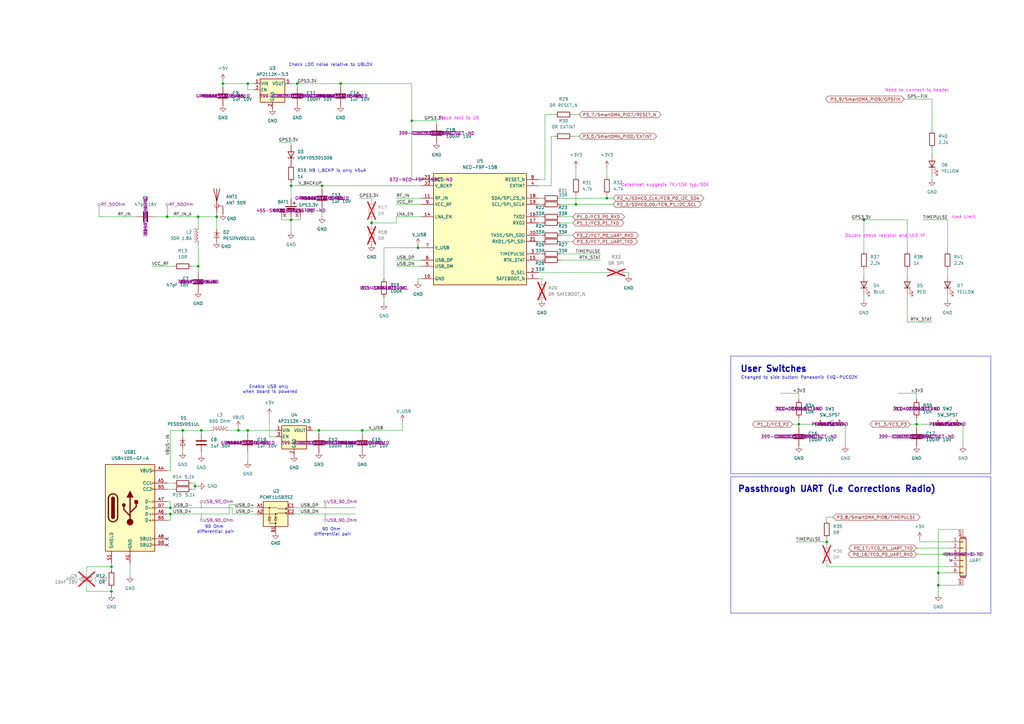
<source format=kicad_sch>
(kicad_sch (version 20250114) (generator "eeschema") (generator_version "9.0")
  (paper "A3")
  (title_block (title "MR-MCXN-T1-F9P") (date "2025-08-27") (rev "X0") (company "NXP SEMICONDUCTORS B.V.") (comment 3 "DESIGNER: YOURI TILS, Iain Galloway") (comment 4 "CTO SYSTEM INNOVATIONS / MOBILE ROBOTICS DOMAIN"))
  (rectangle (start 299.72 195.58) (end 406.4 251.46))
  (rectangle (start 299.72 146.05) (end 406.4 194.31))
  (text "Check LDO noise relative to UBLOX" (at 135.636 26.67 0) (effects (font (size 1.27 1.27))))
  (text "90 Ohm \ndifferential pair" (at 136.398 218.186 0) (effects (font (size 1.27 1.27))))
  (text "Place next to U5" (at 188.214 48.514 0) (effects (font (size 1.27 1.27))))
  (text "NB I_BCKP is only 45uA" (at 138.43 70.104 0) (effects (font (size 1.27 1.27))))
  (text "90 Ohm \ndifferential pair" (at 88.392 217.17 0) (effects (font (size 1.27 1.27))))
  (text "Datasheet suggests 7K/15K typ/30K" (at 272.796 75.946 0) (effects (font (size 1.27 1.27))))
  (text "User Switches\n" (at 303.53 151.384 0) (effects (font (size 2.54 2.54) (thickness 0.508) (bold yes)) (justify left)))
  (text "Need to connect to header\n" (at 376.174 37.084 0) (effects (font (size 1.27 1.27))))
  (text "4mA Limit" (at 395.224 89.154 0) (effects (font (size 1.27 1.27))))
  (text "Enable USB only \nwhen board is powered" (at 110.744 159.766 0) (effects (font (size 1.27 1.27))))
  (text "Changed to side button: Panasonic EVQ-PUC02K" (at 327.914 154.94 0) (effects (font (size 1.27 1.27))))
  (text "Passthrough UART (i.e Corrections Radio)" (at 302.514 200.66 0) (effects (font (size 2.54 2.54) (thickness 0.508) (bold yes)) (justify left)))
  (text "Double check resistor and LED Vf" (at 362.966 96.774 0) (effects (font (size 1.27 1.27))))
  (junction (at 121.92 34.29))
  (junction (at 45.72 242.57))
  (junction (at 80.01 199.39))
  (junction (at 101.6 176.53))
  (junction (at 81.28 109.22))
  (junction (at 168.91 49.53))
  (junction (at 354.33 90.17))
  (junction (at 384.81 234.95))
  (junction (at 384.81 240.03))
  (junction (at 81.28 88.9))
  (junction (at 139.7 34.29))
  (junction (at 171.45 101.6))
  (junction (at 130.81 176.53))
  (junction (at 119.38 90.17))
  (junction (at 101.6 34.29))
  (junction (at 327.66 173.99))
  (junction (at 236.22 83.82))
  (junction (at 68.58 88.9))
  (junction (at 91.44 34.29))
  (junction (at 88.9 88.9))
  (junction (at 82.55 176.53))
  (junction (at 119.38 76.2))
  (junction (at 97.79 176.53))
  (junction (at 45.72 232.41))
  (junction (at 148.59 176.53))
  (junction (at 132.08 76.2))
  (junction (at 152.4 91.44))
  (junction (at 69.85 210.82))
  (junction (at 69.85 208.28))
  (junction (at 74.93 176.53))
  (junction (at 339.09 222.25))
  (junction (at 375.92 173.99))
  (junction (at 248.92 81.28))
  (no_connect (at 389.89 229.87))
  (no_connect (at 68.58 220.98))
  (no_connect (at 68.58 223.52))
  (wire (pts (xy 236.22 68.58) (xy 236.22 72.39)))
  (wire (pts (xy 388.62 123.19) (xy 388.62 120.65)))
  (wire (pts (xy 101.6 36.83) (xy 104.14 36.83)))
  (wire (pts (xy 236.22 83.82) (xy 251.46 83.82)))
  (wire (pts (xy 91.44 33.02) (xy 91.44 34.29)))
  (wire (pts (xy 40.64 88.9) (xy 55.88 88.9)))
  (wire (pts (xy 74.93 185.42) (xy 74.93 184.15)))
  (wire (pts (xy 119.38 58.42) (xy 119.38 59.69)))
  (wire (pts (xy 220.98 91.44) (xy 222.25 91.44)))
  (wire (pts (xy 339.09 231.14) (xy 339.09 232.41)))
  (wire (pts (xy 69.85 210.82) (xy 93.98 210.82)))
  (wire (pts (xy 220.98 106.68) (xy 222.25 106.68)))
  (wire (pts (xy 226.06 76.2) (xy 220.98 76.2)))
  (wire (pts (xy 130.81 176.53) (xy 130.81 177.8)))
  (wire (pts (xy 82.55 186.69) (xy 82.55 185.42)))
  (wire (pts (xy 171.45 114.3) (xy 172.72 114.3)))
  (wire (pts (xy 168.91 73.66) (xy 172.72 73.66)))
  (wire (pts (xy 120.65 210.82) (xy 146.05 210.82)))
  (wire (pts (xy 68.58 86.36) (xy 68.58 88.9)))
  (wire (pts (xy 82.55 176.53) (xy 86.36 176.53)))
  (wire (pts (xy 171.45 115.57) (xy 171.45 114.3)))
  (wire (pts (xy 388.62 90.17) (xy 388.62 102.87)))
  (wire (pts (xy 248.92 80.01) (xy 248.92 81.28)))
  (wire (pts (xy 171.45 101.6) (xy 157.48 101.6)))
  (wire (pts (xy 96.52 208.28) (xy 96.52 207.01)))
  (wire (pts (xy 101.6 176.53) (xy 113.03 176.53)))
  (wire (pts (xy 132.08 76.2) (xy 119.38 76.2)))
  (wire (pts (xy 382.27 132.08) (xy 372.11 132.08)))
  (wire (pts (xy 220.98 88.9) (xy 222.25 88.9)))
  (wire (pts (xy 68.58 213.36) (xy 69.85 213.36)))
  (wire (pts (xy 121.92 34.29) (xy 121.92 35.56)))
  (wire (pts (xy 226.06 55.88) (xy 226.06 76.2)))
  (wire (pts (xy 162.56 88.9) (xy 172.72 88.9)))
  (wire (pts (xy 157.48 101.6) (xy 157.48 114.3)))
  (wire (pts (xy 171.45 101.6) (xy 172.72 101.6)))
  (wire (pts (xy 101.6 34.29) (xy 101.6 36.83)))
  (wire (pts (xy 81.28 100.33) (xy 81.28 109.22)))
  (wire (pts (xy 35.56 233.68) (xy 35.56 232.41)))
  (wire (pts (xy 110.49 179.07) (xy 113.03 179.07)))
  (wire (pts (xy 222.25 114.3) (xy 220.98 114.3)))
  (wire (pts (xy 354.33 90.17) (xy 354.33 102.87)))
  (wire (pts (xy 74.93 176.53) (xy 82.55 176.53)))
  (wire (pts (xy 152.4 90.17) (xy 152.4 91.44)))
  (wire (pts (xy 382.27 73.66) (xy 382.27 71.12)))
  (wire (pts (xy 382.27 40.64) (xy 382.27 53.34)))
  (wire (pts (xy 68.58 198.12) (xy 71.12 198.12)))
  (wire (pts (xy 62.23 109.22) (xy 71.12 109.22)))
  (wire (pts (xy 257.81 111.76) (xy 256.54 111.76)))
  (wire (pts (xy 139.7 34.29) (xy 168.91 34.29)))
  (wire (pts (xy 69.85 208.28) (xy 95.25 208.28)))
  (wire (pts (xy 45.72 242.57) (xy 45.72 243.84)))
  (wire (pts (xy 91.44 34.29) (xy 91.44 35.56)))
  (wire (pts (xy 80.01 199.39) (xy 80.01 200.66)))
  (wire (pts (xy 223.52 46.99) (xy 227.33 46.99)))
  (wire (pts (xy 346.71 173.99) (xy 346.71 182.88)))
  (wire (pts (xy 121.92 34.29) (xy 139.7 34.29)))
  (wire (pts (xy 326.39 222.25) (xy 339.09 222.25)))
  (wire (pts (xy 234.95 55.88) (xy 237.49 55.88)))
  (wire (pts (xy 370.84 40.64) (xy 382.27 40.64)))
  (wire (pts (xy 115.57 90.17) (xy 119.38 90.17)))
  (wire (pts (xy 152.4 91.44) (xy 162.56 91.44)))
  (wire (pts (xy 104.14 34.29) (xy 101.6 34.29)))
  (wire (pts (xy 179.07 49.53) (xy 179.07 50.8)))
  (wire (pts (xy 384.81 217.17) (xy 384.81 234.95)))
  (wire (pts (xy 115.57 88.9) (xy 115.57 90.17)))
  (wire (pts (xy 69.85 213.36) (xy 69.85 210.82)))
  (wire (pts (xy 222.25 115.57) (xy 222.25 114.3)))
  (wire (pts (xy 95.25 210.82) (xy 105.41 210.82)))
  (wire (pts (xy 101.6 176.53) (xy 101.6 177.8)))
  (wire (pts (xy 80.01 199.39) (xy 81.28 199.39)))
  (wire (pts (xy 120.65 208.28) (xy 146.05 208.28)))
  (wire (pts (xy 229.87 91.44) (xy 234.95 91.44)))
  (wire (pts (xy 123.19 90.17) (xy 119.38 90.17)))
  (wire (pts (xy 78.74 198.12) (xy 80.01 198.12)))
  (wire (pts (xy 128.27 176.53) (xy 130.81 176.53)))
  (wire (pts (xy 81.28 88.9) (xy 88.9 88.9)))
  (wire (pts (xy 354.33 123.19) (xy 354.33 120.65)))
  (wire (pts (xy 220.98 104.14) (xy 222.25 104.14)))
  (wire (pts (xy 372.11 132.08) (xy 372.11 120.65)))
  (wire (pts (xy 222.25 83.82) (xy 220.98 83.82)))
  (wire (pts (xy 168.91 34.29) (xy 168.91 49.53)))
  (wire (pts (xy 132.08 77.47) (xy 132.08 76.2)))
  (wire (pts (xy 222.25 96.52) (xy 220.98 96.52)))
  (wire (pts (xy 119.38 74.93) (xy 119.38 76.2)))
  (wire (pts (xy 147.32 81.28) (xy 152.4 81.28)))
  (wire (pts (xy 82.55 176.53) (xy 82.55 177.8)))
  (wire (pts (xy 152.4 91.44) (xy 152.4 92.71)))
  (wire (pts (xy 384.81 234.95) (xy 384.81 240.03)))
  (wire (pts (xy 222.25 81.28) (xy 220.98 81.28)))
  (wire (pts (xy 339.09 222.25) (xy 339.09 223.52)))
  (wire (pts (xy 339.09 220.98) (xy 339.09 222.25)))
  (wire (pts (xy 114.3 58.42) (xy 119.38 58.42)))
  (wire (pts (xy 345.44 173.99) (xy 346.71 173.99)))
  (wire (pts (xy 375.92 161.29) (xy 375.92 163.83)))
  (wire (pts (xy 162.56 88.9) (xy 162.56 91.44)))
  (wire (pts (xy 132.08 88.9) (xy 132.08 85.09)))
  (wire (pts (xy 248.92 68.58) (xy 248.92 72.39)))
  (wire (pts (xy 123.19 88.9) (xy 123.19 90.17)))
  (wire (pts (xy 375.92 173.99) (xy 383.54 173.99)))
  (wire (pts (xy 394.97 217.17) (xy 384.81 217.17)))
  (wire (pts (xy 101.6 34.29) (xy 91.44 34.29)))
  (wire (pts (xy 229.87 106.68) (xy 246.38 106.68)))
  (wire (pts (xy 375.92 227.33) (xy 389.89 227.33)))
  (wire (pts (xy 132.08 76.2) (xy 172.72 76.2)))
  (wire (pts (xy 96.52 207.01) (xy 93.98 207.01)))
  (wire (pts (xy 81.28 109.22) (xy 81.28 111.76)))
  (wire (pts (xy 162.56 109.22) (xy 172.72 109.22)))
  (wire (pts (xy 68.58 193.04) (xy 69.85 193.04)))
  (wire (pts (xy 78.74 109.22) (xy 81.28 109.22)))
  (wire (pts (xy 110.49 170.18) (xy 110.49 179.07)))
  (wire (pts (xy 63.5 88.9) (xy 68.58 88.9)))
  (wire (pts (xy 236.22 80.01) (xy 236.22 83.82)))
  (wire (pts (xy 68.58 200.66) (xy 71.12 200.66)))
  (wire (pts (xy 148.59 176.53) (xy 165.1 176.53)))
  (wire (pts (xy 375.92 173.99) (xy 375.92 175.26)))
  (wire (pts (xy 220.98 111.76) (xy 248.92 111.76)))
  (wire (pts (xy 68.58 210.82) (xy 69.85 210.82)))
  (wire (pts (xy 88.9 87.63) (xy 88.9 88.9)))
  (wire (pts (xy 222.25 99.06) (xy 220.98 99.06)))
  (wire (pts (xy 119.38 90.17) (xy 119.38 95.25)))
  (wire (pts (xy 130.81 176.53) (xy 148.59 176.53)))
  (wire (pts (xy 223.52 46.99) (xy 223.52 73.66)))
  (wire (pts (xy 97.79 175.26) (xy 97.79 176.53)))
  (wire (pts (xy 339.09 212.09) (xy 341.63 212.09)))
  (wire (pts (xy 354.33 110.49) (xy 354.33 113.03)))
  (wire (pts (xy 339.09 213.36) (xy 339.09 212.09)))
  (wire (pts (xy 327.66 173.99) (xy 335.28 173.99)))
  (wire (pts (xy 384.81 240.03) (xy 394.97 240.03)))
  (wire (pts (xy 93.98 207.01) (xy 93.98 210.82)))
  (wire (pts (xy 248.92 81.28) (xy 251.46 81.28)))
  (wire (pts (xy 35.56 232.41) (xy 45.72 232.41)))
  (wire (pts (xy 325.12 173.99) (xy 327.66 173.99)))
  (wire (pts (xy 327.66 173.99) (xy 327.66 175.26)))
  (wire (pts (xy 157.48 121.92) (xy 157.48 124.46)))
  (wire (pts (xy 53.34 236.22) (xy 53.34 231.14)))
  (wire (pts (xy 162.56 83.82) (xy 172.72 83.82)))
  (wire (pts (xy 69.85 176.53) (xy 69.85 193.04)))
  (wire (pts (xy 377.19 222.25) (xy 389.89 222.25)))
  (wire (pts (xy 372.11 113.03) (xy 372.11 110.49)))
  (wire (pts (xy 148.59 176.53) (xy 148.59 177.8)))
  (wire (pts (xy 368.3 161.29) (xy 375.92 161.29)))
  (wire (pts (xy 384.81 240.03) (xy 384.81 243.84)))
  (wire (pts (xy 101.6 185.42) (xy 101.6 189.23)))
  (wire (pts (xy 168.91 49.53) (xy 179.07 49.53)))
  (wire (pts (xy 168.91 49.53) (xy 168.91 73.66)))
  (wire (pts (xy 35.56 242.57) (xy 35.56 241.3)))
  (wire (pts (xy 93.98 176.53) (xy 97.79 176.53)))
  (wire (pts (xy 388.62 110.49) (xy 388.62 113.03)))
  (wire (pts (xy 80.01 200.66) (xy 78.74 200.66)))
  (wire (pts (xy 393.7 173.99) (xy 394.97 173.99)))
  (wire (pts (xy 119.38 34.29) (xy 121.92 34.29)))
  (wire (pts (xy 162.56 81.28) (xy 172.72 81.28)))
  (wire (pts (xy 171.45 100.33) (xy 171.45 101.6)))
  (wire (pts (xy 223.52 73.66) (xy 220.98 73.66)))
  (wire (pts (xy 68.58 205.74) (xy 69.85 205.74)))
  (wire (pts (xy 378.46 90.17) (xy 388.62 90.17)))
  (wire (pts (xy 234.95 96.52) (xy 229.87 96.52)))
  (wire (pts (xy 45.72 241.3) (xy 45.72 242.57)))
  (wire (pts (xy 152.4 81.28) (xy 152.4 82.55)))
  (wire (pts (xy 68.58 208.28) (xy 69.85 208.28)))
  (wire (pts (xy 382.27 60.96) (xy 382.27 63.5)))
  (wire (pts (xy 236.22 83.82) (xy 229.87 83.82)))
  (wire (pts (xy 384.81 234.95) (xy 389.89 234.95)))
  (wire (pts (xy 375.92 171.45) (xy 375.92 173.99)))
  (wire (pts (xy 349.25 90.17) (xy 354.33 90.17)))
  (wire (pts (xy 320.04 161.29) (xy 327.66 161.29)))
  (wire (pts (xy 45.72 232.41) (xy 45.72 231.14)))
  (wire (pts (xy 257.81 113.03) (xy 257.81 111.76)))
  (wire (pts (xy 95.25 210.82) (xy 95.25 208.28)))
  (wire (pts (xy 69.85 176.53) (xy 74.93 176.53)))
  (wire (pts (xy 373.38 173.99) (xy 375.92 173.99)))
  (wire (pts (xy 88.9 88.9) (xy 88.9 93.98)))
  (wire (pts (xy 375.92 224.79) (xy 389.89 224.79)))
  (wire (pts (xy 74.93 179.07) (xy 74.93 176.53)))
  (wire (pts (xy 45.72 242.57) (xy 35.56 242.57)))
  (wire (pts (xy 354.33 90.17) (xy 372.11 90.17)))
  (wire (pts (xy 69.85 205.74) (xy 69.85 208.28)))
  (wire (pts (xy 229.87 104.14) (xy 246.38 104.14)))
  (wire (pts (xy 327.66 161.29) (xy 327.66 163.83)))
  (wire (pts (xy 377.19 220.98) (xy 377.19 222.25)))
  (wire (pts (xy 81.28 88.9) (xy 81.28 92.71)))
  (wire (pts (xy 327.66 171.45) (xy 327.66 173.99)))
  (wire (pts (xy 234.95 46.99) (xy 237.49 46.99)))
  (wire (pts (xy 162.56 106.68) (xy 172.72 106.68)))
  (wire (pts (xy 248.92 81.28) (xy 229.87 81.28)))
  (wire (pts (xy 234.95 99.06) (xy 229.87 99.06)))
  (wire (pts (xy 394.97 173.99) (xy 394.97 182.88)))
  (wire (pts (xy 119.38 90.17) (xy 119.38 88.9)))
  (wire (pts (xy 68.58 88.9) (xy 81.28 88.9)))
  (wire (pts (xy 119.38 76.2) (xy 119.38 81.28)))
  (wire (pts (xy 165.1 172.72) (xy 165.1 176.53)))
  (wire (pts (xy 80.01 198.12) (xy 80.01 199.39)))
  (wire (pts (xy 45.72 232.41) (xy 45.72 233.68)))
  (wire (pts (xy 139.7 34.29) (xy 139.7 35.56)))
  (wire (pts (xy 372.11 90.17) (xy 372.11 102.87)))
  (wire (pts (xy 97.79 176.53) (xy 101.6 176.53)))
  (wire (pts (xy 40.64 86.36) (xy 40.64 88.9)))
  (wire (pts (xy 96.52 208.28) (xy 105.41 208.28)))
  (wire (pts (xy 226.06 55.88) (xy 227.33 55.88)))
  (wire (pts (xy 339.09 232.41) (xy 389.89 232.41)))
  (wire (pts (xy 229.87 88.9) (xy 234.95 88.9)))
  (label "TIMEPULSE" (at 246.38 104.14 180))
  (label "GPS3.3V" (at 173.99 49.53 0))
  (label "USB_DN" (at 123.19 210.82 0))
  (label "USB_D+" (at 78.74 210.82 180))
  (label "GPS3.3V" (at 121.92 34.29 0))
  (label "GPS3.3V" (at 114.3 58.42 0))
  (label "GPS3.3V" (at 147.32 81.28 0))
  (label "USB_DN" (at 162.56 109.22 0))
  (label "+3V3" (at 373.38 161.29 0))
  (label "GPS-FIX" (at 372.11 40.64 0))
  (label "USB_DP" (at 123.19 208.28 0))
  (label "V_USB" (at 151.13 176.53 0))
  (label "GPS3.3V" (at 349.25 90.17 0))
  (label "+3V3" (at 325.12 161.29 0))
  (label "USB_D-" (at 96.52 210.82 0))
  (label "USB_DP" (at 162.56 106.68 0))
  (label "V_BACKUP" (at 132.08 76.2 180))
  (label "LNA_EN" (at 162.56 88.9 0))
  (label "RTK_STAT" (at 382.27 132.08 180))
  (label "USB_D-" (at 71.12 208.28 0))
  (label "RTK_STAT" (at 246.38 106.68 180))
  (label "VCC_RF" (at 62.23 109.22 0))
  (label "RF_IN_A" (at 71.12 88.9 0))
  (label "VBUS-IN" (at 69.85 186.69 90))
  (label "RF_IN" (at 162.56 81.28 0))
  (label "RF_IN" (at 48.26 88.9 0))
  (label "TIMEPULSE" (at 378.46 90.17 0))
  (label "USB_D+" (at 96.52 208.28 0))
  (label "TIMEPULSE" (at 326.39 222.25 0))
  (label "VCC_RF" (at 162.56 83.82 0))
  (global_label "P3_2{slash}FC7_P0_UART_RXD" (shape bidirectional) (at 234.95 96.52 0) (property "Intersheetrefs" "${INTERSHEET_REFS}" (effects (hide yes))))
  (global_label "P2_3{slash}SDHC0_D0{slash}FC9_P1_I2C_SCL" (shape bidirectional) (at 251.46 83.82 0) (property "Intersheetrefs" "${INTERSHEET_REFS}" (effects (hide yes))))
  (global_label "P1_0{slash}FC3_P0_RXD" (shape bidirectional) (at 234.95 88.9 0) (property "Intersheetrefs" "${INTERSHEET_REFS}" (effects (hide yes))))
  (global_label "P3_9{slash}SmartDMA_PIO9{slash}GPSFIX" (shape bidirectional) (at 370.84 40.64 180) (property "Intersheetrefs" "${INTERSHEET_REFS}" (effects (hide yes))))
  (global_label "P1_2{slash}FC3_P2" (shape bidirectional) (at 325.12 173.99 180) (property "Intersheetrefs" "${INTERSHEET_REFS}" (effects (hide yes))))
  (global_label "P1_1{slash}FC3_P1_TXD" (shape bidirectional) (at 234.95 91.44 0) (property "Intersheetrefs" "${INTERSHEET_REFS}" (effects (hide yes))))
  (global_label "P3_7{slash}SmartDMA_PIO7{slash}RESET_N" (shape bidirectional) (at 237.49 46.99 0) (property "Intersheetrefs" "${INTERSHEET_REFS}" (effects (hide yes))))
  (global_label "P3_3{slash}FC7_P1_UART_TXD" (shape bidirectional) (at 234.95 99.06 0) (property "Intersheetrefs" "${INTERSHEET_REFS}" (effects (hide yes))))
  (global_label "P2_4{slash}SDHC0_CLK{slash}FC9_P0_I2C_SDA" (shape bidirectional) (at 251.46 81.28 0) (property "Intersheetrefs" "${INTERSHEET_REFS}" (effects (hide yes))))
  (global_label "P0_17{slash}FC0_P1_UART_TXD" (shape bidirectional) (at 375.92 224.79 180) (property "Intersheetrefs" "${INTERSHEET_REFS}" (effects (hide yes))))
  (global_label "P0_16{slash}FC0_P0_UART_RXD" (shape bidirectional) (at 375.92 227.33 180) (property "Intersheetrefs" "${INTERSHEET_REFS}" (effects (hide yes))))
  (global_label "P1_3{slash}FC3_P3" (shape bidirectional) (at 373.38 173.99 180) (property "Intersheetrefs" "${INTERSHEET_REFS}" (effects (hide yes))))
  (global_label "P3_0{slash}SmartDMA_PIO0{slash}EXTINT" (shape bidirectional) (at 237.49 55.88 0) (property "Intersheetrefs" "${INTERSHEET_REFS}" (effects (hide yes))))
  (global_label "P3_8{slash}SmartDMA_PIO8{slash}TIMEPULSE" (shape bidirectional) (at 341.63 212.09 0) (property "Intersheetrefs" "${INTERSHEET_REFS}" (effects (hide yes))))
  (netclass_flag "" (length 2.54) (shape round) (at 68.58 86.36 0) (property "Netclass" "RF_50Ohm" (at 69.2785 83.82 0) (effects (justify left))))
  (netclass_flag "" (length 2.54) (shape round) (at 40.64 86.36 0) (property "Netclass" "RF_50Ohm" (at 41.3385 83.82 0) (effects (justify left))))
  (netclass_flag "" (length 2.54) (shape round) (at 82.55 210.82 180) (property "Netclass" "USB_90_Ohm" (at 83.2485 213.36 0) (effects (justify left))))
  (netclass_flag "" (length 2.54) (shape round) (at 133.35 208.28 0) (property "Netclass" "USB_90_Ohm" (at 134.0485 205.74 0) (effects (justify left))))
  (netclass_flag "" (length 2.54) (shape round) (at 133.35 210.82 180) (property "Netclass" "USB_90_Ohm" (at 134.0485 213.36 0) (effects (justify left))))
  (netclass_flag "" (length 2.54) (shape round) (at 82.55 208.28 0) (property "Netclass" "USB_90_Ohm" (at 83.2485 205.74 0) (effects (justify left))))
  (symbol (lib_id "power:GND") (at 257.81 113.03 0) (unit 1)
    (property "Reference" "#PWR092" (effects (hide yes)))
    (property "Value" "GND" (at 257.81 118.11 0))
    (property "Description" "Power symbol creates a global label with name \"GND\" , ground" (effects (hide yes)))
  )
  (symbol (lib_id "power:VBUS") (at 97.79 175.26 0) (unit 1)
    (property "Reference" "#PWR070" (effects (hide yes)))
    (property "Value" "VBUS" (at 95.25 171.196 0) (effects (justify left)))
    (property "Description" "Power symbol creates a global label with name \"VBUS\"" (effects (hide yes)))
  )
  (symbol (lib_id "power:GND") (at 346.71 182.88 0) (unit 1)
    (property "Reference" "#PWR094" (effects (hide yes)))
    (property "Value" "GND" (at 346.71 187.96 0))
    (property "Description" "Power symbol creates a global label with name \"GND\" , ground" (effects (hide yes)))
  )
  (symbol (lib_id "Device:R") (at 74.93 198.12 90) (unit 1)
    (property "Reference" "R14" (at 72.644 195.58 90))
    (property "Value" "5.1k" (at 77.724 195.58 90))
    (property "Footprint" "Resistor_SMD:R_0402_1005Metric" (effects (hide yes)))
    (property "Description" "Resistor" (effects (hide yes)))
    (property "MF" "YAGEO" (effects (hide yes)))
    (property "MFPN" "RC0402FR-075K1L" (effects (hide yes)))
    (property "DigiKey" "YAG3503CT-ND" (effects (hide yes)))
    (property "JLCPCB" "C144745" (effects (hide yes)))
  )
  (symbol (lib_id "Device:R") (at 226.06 96.52 90) (unit 1)
    (property "Reference" "R25" (at 230.886 92.71 90))
    (property "Value" "33R" (at 230.886 95.25 90))
    (property "Footprint" "Resistor_SMD:R_0402_1005Metric" (effects (hide yes)))
    (property "Description" "Resistor" (effects (hide yes)))
    (property "MF" "YAGEO" (effects (hide yes)))
    (property "DigiKey" "311-33.0LRCT-ND" (effects (hide yes)))
    (property "MFPN" "RC0402FR-0733RL" (effects (hide yes)))
  )
  (symbol (lib_id "Device:L_Ferrite") (at 90.17 176.53 90) (unit 1)
    (property "Reference" "L3" (at 90.17 170.18 90))
    (property "Value" "600 Ohm" (at 90.17 172.72 90))
    (property "Footprint" "Inductor_SMD:L_0402_1005Metric" (effects (hide yes)))
    (property "Datasheet" "https://www.murata.com/en-us/products/productdata/8796740059166/ENFA0018.pdf" (effects (hide yes)))
    (property "Description" "600 Ohms @ 100 MHz 1 Ferrite Bead 0402 (1005 Metric) 300mA 520mOhm" (effects (hide yes)))
    (property "MF" "Murata Electronics" (effects (hide yes)))
    (property "MFPN" "BLM15AG601SN1D" (effects (hide yes)))
    (property "JLCPCB" "C76884" (effects (hide yes)))
    (property "DigiKey" "490-1006-1-ND " (effects (hide yes)))
  )
  (symbol (lib_id "power:GND") (at 222.25 123.19 0) (unit 1)
    (property "Reference" "#PWR089" (effects (hide yes)))
    (property "Value" "GND" (at 222.25 128.27 0))
    (property "Description" "Power symbol creates a global label with name \"GND\" , ground" (effects (hide yes)))
  )
  (symbol (lib_id "Device:C") (at 130.81 181.61 0) (unit 1)
    (property "Reference" "C12" (at 134.62 180.3399 0) (effects (justify left)))
    (property "Value" "100nF 10V" (at 134.62 182.8799 0) (effects (justify left)))
    (property "Footprint" "Capacitor_SMD:C_0603_1608Metric" (effects (hide yes)))
    (property "Description" "Unpolarized capacitor" (effects (hide yes)))
    (property "DigiKey" "399-C0603C104K8RACTUCT-ND" (at 130.81 181.61 0))
    (property "MF" "KEMET" (at 130.81 181.61 0))
    (property "MFPN" "C0603C104K8RACTU" (at 130.81 181.61 0))
  )
  (symbol (lib_id "Device:C") (at 81.28 115.57 0) (mirror y) (unit 1)
    (property "Reference" "C7" (at 77.47 114.2999 0) (effects (justify left)))
    (property "Value" "47pF 16V" (at 77.47 116.8399 0) (effects (justify left)))
    (property "Footprint" "Capacitor_SMD:C_0603_1608Metric" (effects (hide yes)))
    (property "Description" "Unpolarized capacitor" (effects (hide yes)))
    (property "DigiKey" "732-7764-1-ND" (at 81.28 115.57 0))
    (property "MF" "Würth Elektronik" (at 81.28 115.57 0))
    (property "MFPN" "885012006021" (at 81.28 115.57 0))
  )
  (symbol (lib_id "Device:R") (at 157.48 118.11 0) (unit 1)
    (property "Reference" "R19" (at 160.02 116.8399 0) (effects (justify left)))
    (property "Value" "100K" (at 160.02 119.3799 0) (effects (justify left)))
    (property "Footprint" "Resistor_SMD:R_0402_1005Metric" (effects (hide yes)))
    (property "Description" "Resistor" (effects (hide yes)))
    (property "DigiKey" "311-100KLRCT-ND" (at 157.48 118.11 0))
    (property "MF" "YAGEO" (at 157.48 118.11 0))
    (property "MFPN" "RC0402FR-07100KL" (at 157.48 118.11 0))
  )
  (symbol (lib_id "power:+5V") (at 91.44 33.02 0) (mirror y) (unit 1)
    (property "Reference" "#PWR067" (effects (hide yes)))
    (property "Value" "+5V" (at 91.44 27.94 0))
    (property "Description" "Power symbol creates a global label with name \"+5V\"" (effects (hide yes)))
  )
  (symbol (lib_id "power:GND") (at 121.92 43.18 0) (unit 1)
    (property "Reference" "#PWR077" (effects (hide yes)))
    (property "Value" "GND" (at 121.92 48.26 0))
    (property "Description" "Power symbol creates a global label with name \"GND\" , ground" (effects (hide yes)))
  )
  (symbol (lib_id "Device:R") (at 152.4 86.36 0) (unit 1) (dnp yes)
    (property "Reference" "R17" (at 154.94 85.0899 0) (effects (justify left)))
    (property "Value" "0R" (at 154.94 87.6299 0) (effects (justify left)))
    (property "Footprint" "Resistor_SMD:R_0402_1005Metric" (effects (hide yes)))
    (property "Description" "Resistor" (effects (hide yes)))
    (property "DigiKey" "311-0.0JRCT-ND" (effects (hide yes)))
    (property "JLCPCB" "C60485" (effects (hide yes)))
    (property "MF" "YAGEO" (effects (hide yes)))
    (property "MFPN" "RC0402JR-070RL" (effects (hide yes)))
  )
  (symbol (lib_id "Regulator_Linear:AP2112K-3.3") (at 120.65 179.07 0) (unit 1)
    (property "Reference" "U4" (at 120.65 170.18 0))
    (property "Value" "AP2112K-3.3" (at 120.65 172.72 0))
    (property "Footprint" "Package_TO_SOT_SMD:SOT-23-5" (effects (hide yes)))
    (property "Datasheet" "https://www.diodes.com/assets/Datasheets/AP2112.pdf" (effects (hide yes)))
    (property "Description" "600mA low dropout linear regulator, with enable pin, 3.8V-6V input voltage range, 3.3V fixed positive output, SOT-23-5" (effects (hide yes)))
    (property "MF" "Diodes Incorporated" (effects (hide yes)))
    (property "MFPN" "AP2112K-3.3TRG1" (effects (hide yes)))
    (property "DigiKey" "AP2112K-3.3TRG1DICT-ND" (effects (hide yes)))
  )
  (symbol (lib_id "Device:C") (at 132.08 81.28 0) (unit 1)
    (property "Reference" "C13" (at 135.89 80.0099 0) (effects (justify left)))
    (property "Value" "1uF 10V" (at 135.89 82.5499 0) (effects (justify left)))
    (property "Footprint" "Capacitor_SMD:C_0603_1608Metric" (effects (hide yes)))
    (property "Description" "Unpolarized capacitor" (effects (hide yes)))
    (property "DigiKey" "490-1543-1-ND" (at 132.08 81.28 0))
    (property "MF" "Murata Electronics" (at 132.08 81.28 0))
    (property "MFPN" "GRM188R61A105KA61D" (at 132.08 81.28 0))
  )
  (symbol (lib_id "Device:Antenna_Shield") (at 88.9 82.55 0) (unit 1)
    (property "Reference" "ANT1" (at 92.71 80.6449 0) (effects (justify left)))
    (property "Value" "ANT 50R" (at 92.71 83.1849 0) (effects (justify left)))
    (property "Footprint" "Connector_Coaxial:SMA_Amphenol_132134-10_Vertical" (effects (hide yes)))
    (property "Description" "Antenna with extra pin for shielding" (effects (hide yes)))
    (property "MF" "Amphenol" (effects (hide yes)))
    (property "MFPN" "132134-10" (effects (hide yes)))
    (property "DigiKey" "132134-10" (effects (hide yes)))
  )
  (symbol (lib_id "power:GND") (at 119.38 95.25 0) (unit 1)
    (property "Reference" "#PWR075" (effects (hide yes)))
    (property "Value" "GND" (at 119.38 100.33 0))
    (property "Description" "Power symbol creates a global label with name \"GND\" , ground" (effects (hide yes)))
  )
  (symbol (lib_id "power:GND") (at 53.34 236.22 0) (unit 1)
    (property "Reference" "#PWR061" (effects (hide yes)))
    (property "Value" "GND" (at 53.34 241.3 0))
    (property "Description" "Power symbol creates a global label with name \"GND\" , ground" (effects (hide yes)))
  )
  (symbol (lib_id "Connector:USB_C_Receptacle_USB2.0_16P") (at 53.34 208.28 0) (unit 1)
    (property "Reference" "USB1" (at 53.34 185.42 0))
    (property "Value" "USB4105-GF-A" (at 53.34 187.96 0))
    (property "Footprint" "Connector_USB:USB_C_Receptacle_GCT_USB4105-xx-A_16P_TopMnt_Horizontal" (effects (hide yes)))
    (property "Datasheet" "https://www.usb.org/sites/default/files/documents/usb_type-c.zip" (effects (hide yes)))
    (property "Description" "USB 2.0-only 16P Type-C Receptacle connector" (effects (hide yes)))
    (property "MF" "GCT" (effects (hide yes)))
    (property "MFPN" "USB4105-GF-A" (effects (hide yes)))
    (property "DigiKey" "2073-USB4105-GF-ACT-ND" (effects (hide yes)))
    (property "JLCPCB" "C165948" (effects (hide yes)))
  )
  (symbol (lib_id "Device:C") (at 179.07 54.61 0) (unit 1)
    (property "Reference" "C18" (at 182.88 53.3399 0) (effects (justify left)))
    (property "Value" "100nF 10V" (at 182.88 55.8799 0) (effects (justify left)))
    (property "Footprint" "Capacitor_SMD:C_0603_1608Metric" (effects (hide yes)))
    (property "Description" "Unpolarized capacitor" (effects (hide yes)))
    (property "DigiKey" "399-C0603C104K8RACTUCT-ND" (at 179.07 54.61 0))
    (property "MF" "KEMET" (at 179.07 54.61 0))
    (property "MFPN" "C0603C104K8RACTU" (at 179.07 54.61 0))
  )
  (symbol (lib_id "Device:R") (at 152.4 96.52 0) (unit 1) (dnp yes)
    (property "Reference" "R18" (at 154.94 95.2499 0) (effects (justify left)))
    (property "Value" "0R" (at 154.94 97.7899 0) (effects (justify left)))
    (property "Footprint" "Resistor_SMD:R_0402_1005Metric" (effects (hide yes)))
    (property "Description" "Resistor" (effects (hide yes)))
    (property "DigiKey" "311-0.0JRCT-ND" (effects (hide yes)))
    (property "JLCPCB" "C60485" (effects (hide yes)))
    (property "MF" "YAGEO" (effects (hide yes)))
    (property "MFPN" "RC0402JR-070RL" (effects (hide yes)))
  )
  (symbol (lib_id "power:GND") (at 157.48 124.46 0) (unit 1)
    (property "Reference" "#PWR083" (effects (hide yes)))
    (property "Value" "GND" (at 157.48 129.54 0))
    (property "Description" "Power symbol creates a global label with name \"GND\" , ground" (effects (hide yes)))
  )
  (symbol (lib_id "Device:C") (at 82.55 181.61 0) (unit 1)
    (property "Reference" "C8" (at 86.36 180.3399 0) (effects (justify left)))
    (property "Value" "1uF 50V" (at 86.36 182.8799 0) (effects (justify left)))
    (property "Footprint" "Capacitor_SMD:C_0805_2012Metric" (effects (hide yes)))
    (property "Description" "Unpolarized capacitor" (effects (hide yes)))
    (property "MF" "Murata Electronics" (effects (hide yes)))
    (property "MFPN" "GJ821BR71H105KA12L" (effects (hide yes)))
    (property "JLCPCB" "C161281" (effects (hide yes)))
    (property "DigiKey" "490-14440-1-ND" (effects (hide yes)))
  )
  (symbol (lib_id "Connectors:Battery_Cell-RPI") (at 119.38 86.36 0) (unit 1)
    (property "Reference" "BAT1" (at 113.792 82.804 0) (effects (justify left)))
    (property "Value" "GPS3.3V" (at 122.428 84.074 0) (effects (justify left)))
    (property "Footprint" "Connector_JST:JST_SH_BM02B-SRSS-TB_1x02-1MP_P1.00mm_Vertical" (effects (hide yes)))
    (property "Datasheet" "https://www.jst.com/wp-content/uploads/2025/06/eSH.pdf" (effects (hide yes)))
    (property "Description" "Single-cell battery" (effects (hide yes)))
    (property "DigiKey" "455-SM02B-SRSS-TBCT-ND" (at 119.38 86.36 0))
    (property "MF" "JST" (at 119.38 86.36 0))
    (property "MFPN" "  SM02B-SRSS-TB" (at 119.38 86.36 0))
  )
  (symbol (lib_id "Device:R") (at 252.73 111.76 90) (unit 1) (dnp yes)
    (property "Reference" "R33" (at 252.73 105.41 90))
    (property "Value" "0R SPI" (at 252.73 107.95 90))
    (property "Footprint" "Resistor_SMD:R_0402_1005Metric" (effects (hide yes)))
    (property "Description" "Resistor" (effects (hide yes)))
    (property "DigiKey" "311-0.0JRCT-ND" (effects (hide yes)))
    (property "JLCPCB" "C60485" (effects (hide yes)))
    (property "MF" "YAGEO" (effects (hide yes)))
    (property "MFPN" "RC0402JR-070RL" (effects (hide yes)))
  )
  (symbol (lib_id "power:GND") (at 101.6 189.23 0) (unit 1)
    (property "Reference" "#PWR071" (effects (hide yes)))
    (property "Value" "GND" (at 101.6 194.31 0))
    (property "Description" "Power symbol creates a global label with name \"GND\" , ground" (effects (hide yes)))
  )
  (symbol (lib_id "Device:R") (at 375.92 167.64 0) (unit 1)
    (property "Reference" "R39" (at 378.46 166.3699 0) (effects (justify left)))
    (property "Value" "10K" (at 378.46 168.9099 0) (effects (justify left)))
    (property "Footprint" "Resistor_SMD:R_0402_1005Metric" (effects (hide yes)))
    (property "Description" "Resistor" (effects (hide yes)))
    (property "DigiKey" "311-10.0KLRCT-ND" (at 375.92 167.64 0))
    (property "MF" "YAGEO" (at 375.92 167.64 0))
    (property "MFPN" "RC0402FR-0710KL" (at 375.92 167.64 0))
  )
  (symbol (lib_id "power:GND") (at 388.62 123.19 0) (unit 1)
    (property "Reference" "#PWR0100" (effects (hide yes)))
    (property "Value" "GND" (at 388.62 128.27 0))
    (property "Description" "Power symbol creates a global label with name \"GND\" , ground" (effects (hide yes)))
  )
  (symbol (lib_id "power:GND") (at 384.81 243.84 0) (unit 1)
    (property "Reference" "#PWR099" (effects (hide yes)))
    (property "Value" "GND" (at 384.81 248.92 0))
    (property "Description" "Power symbol creates a global label with name \"GND\" , ground" (effects (hide yes)))
  )
  (symbol (lib_id "JST-GH:Conn_01x06_MountingPin") (at 394.97 227.33 0) (unit 1)
    (property "Reference" "J3" (at 397.51 227.3418 0) (effects (justify left)))
    (property "Value" "UART" (at 397.51 229.8818 0) (effects (justify left)))
    (property "Footprint" "Connector_JST:JST_GH_SM06B-GHS-TB_1x06-1MP_P1.25mm_Horizontal" (effects (hide yes)))
    (property "Description" "Generic connectable mounting pin connector, single row, 01x06, script generated (kicad-library-utils/schlib/autogen/connector/)" (effects (hide yes)))
    (property "DigiKey" "455-1568-1-ND" (at 394.97 227.33 0))
    (property "MF" "JST" (at 394.97 227.33 0))
    (property "MFPN" "SM06B-GHS-TB" (at 394.97 227.33 0))
  )
  (symbol (lib_id "Device:R") (at 231.14 46.99 90) (unit 1)
    (property "Reference" "R29" (at 231.14 40.64 90))
    (property "Value" "0R RESET_N" (at 231.14 43.18 90))
    (property "Footprint" "Resistor_SMD:R_0402_1005Metric" (effects (hide yes)))
    (property "Description" "Resistor" (effects (hide yes)))
    (property "DigiKey" "311-0.0JRCT-ND" (effects (hide yes)))
    (property "JLCPCB" "C60485" (effects (hide yes)))
    (property "MF" "YAGEO" (effects (hide yes)))
    (property "MFPN" "RC0402JR-070RL" (effects (hide yes)))
  )
  (symbol (lib_id "power:GND") (at 120.65 186.69 0) (unit 1)
    (property "Reference" "#PWR076" (effects (hide yes)))
    (property "Value" "GND" (at 120.65 191.77 0))
    (property "Description" "Power symbol creates a global label with name \"GND\" , ground" (effects (hide yes)))
  )
  (symbol (lib_id "Device:L_Ferrite") (at 81.28 96.52 0) (mirror y) (unit 1)
    (property "Reference" "L2" (at 78.74 95.2499 0) (effects (justify left)))
    (property "Value" "30R 1.8A" (at 78.74 97.7899 0) (effects (justify left)))
    (property "Footprint" "Inductor_SMD:L_0603_1608Metric" (effects (hide yes)))
    (property "Description" "FERRITE BEAD 30 OHM 0603 1LN" (effects (hide yes)))
    (property "MF" "TDK Corporation" (effects (hide yes)))
    (property "MFPN" "MPZ1608D300BTD25" (effects (hide yes)))
    (property "DigiKey" "445-MPZ1608D300BTD25CT-ND" (effects (hide yes)))
  )
  (symbol (lib_id "Device:LED") (at 354.33 116.84 90) (unit 1)
    (property "Reference" "D4" (at 358.14 117.1574 90) (effects (justify right)))
    (property "Value" "BLUE" (at 358.14 119.6974 90) (effects (justify right)))
    (property "Footprint" "LED_SMD:LED_0402_1005Metric" (effects (hide yes)))
    (property "Description" "Light emitting diode" (effects (hide yes)))
    (property "DigiKey" "754-1504-1-ND" (effects (hide yes)))
    (property "JLCPCB" " " (at 354.33 116.84 0))
    (property "MF" "Kingbright" (effects (hide yes)))
    (property "MFPN" "APHHS1005QBC/D" (effects (hide yes)))
  )
  (symbol (lib_id "power:VBUS") (at 171.45 100.33 0) (unit 1)
    (property "Reference" "#PWR086" (effects (hide yes)))
    (property "Value" "V_USB" (at 168.91 96.266 0) (effects (justify left)))
    (property "Description" "Power symbol creates a global label with name \"VBUS\"" (effects (hide yes)))
  )
  (symbol (lib_id "power:GND") (at 148.59 185.42 0) (unit 1)
    (property "Reference" "#PWR081" (effects (hide yes)))
    (property "Value" "GND" (at 148.59 190.5 0))
    (property "Description" "Power symbol creates a global label with name \"GND\" , ground" (effects (hide yes)))
  )
  (symbol (lib_id "Device:R") (at 339.09 227.33 0) (unit 1) (dnp yes)
    (property "Reference" "R36" (at 341.63 226.0599 0) (effects (justify left)))
    (property "Value" "0R" (at 341.63 228.5999 0) (effects (justify left)))
    (property "Footprint" "Resistor_SMD:R_0402_1005Metric" (effects (hide yes)))
    (property "Description" "Resistor" (effects (hide yes)))
    (property "DigiKey" "311-0.0JRCT-ND" (effects (hide yes)))
    (property "JLCPCB" "C60485" (effects (hide yes)))
    (property "MF" "YAGEO" (effects (hide yes)))
    (property "MFPN" "RC0402JR-070RL" (effects (hide yes)))
  )
  (symbol (lib_id "Device:R") (at 231.14 55.88 90) (unit 1)
    (property "Reference" "R30" (at 231.14 49.53 90))
    (property "Value" "0R EXTINT" (at 231.14 52.07 90))
    (property "Footprint" "Resistor_SMD:R_0402_1005Metric" (effects (hide yes)))
    (property "Description" "Resistor" (effects (hide yes)))
    (property "DigiKey" "311-0.0JRCT-ND" (effects (hide yes)))
    (property "JLCPCB" "C60485" (effects (hide yes)))
    (property "MF" "YAGEO" (effects (hide yes)))
    (property "MFPN" "RC0402JR-070RL" (effects (hide yes)))
  )
  (symbol (lib_id "power:GND") (at 91.44 43.18 0) (unit 1)
    (property "Reference" "#PWR068" (effects (hide yes)))
    (property "Value" "GND" (at 91.44 48.26 0))
    (property "Description" "Power symbol creates a global label with name \"GND\" , ground" (effects (hide yes)))
  )
  (symbol (lib_id "Regulator_Linear:AP2112K-3.3") (at 111.76 36.83 0) (unit 1)
    (property "Reference" "U3" (at 111.76 27.94 0))
    (property "Value" "AP2112K-3.3" (at 111.76 30.48 0))
    (property "Footprint" "Package_TO_SOT_SMD:SOT-23-5" (effects (hide yes)))
    (property "Datasheet" "https://www.diodes.com/assets/Datasheets/AP2112.pdf" (effects (hide yes)))
    (property "Description" "600mA low dropout linear regulator, with enable pin, 3.8V-6V input voltage range, 3.3V fixed positive output, SOT-23-5" (effects (hide yes)))
    (property "MF" "Diodes Incorporated" (effects (hide yes)))
    (property "MFPN" "AP2112K-3.3TRG1" (effects (hide yes)))
    (property "DigiKey" "AP2112K-3.3TRG1DICT-ND" (effects (hide yes)))
  )
  (symbol (lib_id "power:GND") (at 130.81 185.42 0) (unit 1)
    (property "Reference" "#PWR078" (effects (hide yes)))
    (property "Value" "GND" (at 130.81 190.5 0))
    (property "Description" "Power symbol creates a global label with name \"GND\" , ground" (effects (hide yes)))
  )
  (symbol (lib_id "Device:R") (at 382.27 57.15 0) (unit 1)
    (property "Reference" "R40" (at 384.81 55.8799 0) (effects (justify left)))
    (property "Value" "2.2k" (at 384.81 58.4199 0) (effects (justify left)))
    (property "Footprint" "Resistor_SMD:R_0402_1005Metric" (effects (hide yes)))
    (property "Description" "Resistor" (effects (hide yes)))
    (property "MF" "YAGEO" (effects (hide yes)))
    (property "DigiKey" "311-2.20KLRCT-ND" (effects (hide yes)))
    (property "MFPN" "RC0402FR-072K2L" (effects (hide yes)))
  )
  (symbol (lib_id "Device:R") (at 236.22 76.2 0) (unit 1)
    (property "Reference" "R31" (at 238.76 74.9299 0) (effects (justify left)))
    (property "Value" "4.7k" (at 238.76 77.4699 0) (effects (justify left)))
    (property "Footprint" "Resistor_SMD:R_0402_1005Metric" (effects (hide yes)))
    (property "Description" "Resistor" (effects (hide yes)))
    (property "MF" "YAGEO" (effects (hide yes)))
    (property "DigiKey" "311-4.7KLRCT-ND" (effects (hide yes)))
    (property "MFPN" "RC0402FR-074K7L" (effects (hide yes)))
  )
  (symbol (lib_id "Sensors:NEO-F9P-15B") (at 172.72 73.66 0) (unit 1)
    (property "Reference" "U5" (at 196.85 66.04 0))
    (property "Value" "NEO-F9P-15B" (at 196.85 68.58 0))
    (property "Footprint" "Sensors:NEOF9P15B" (effects (hide yes)))
    (property "Datasheet" "https://content.u-blox.com/sites/default/files/documents/NEO-F9P-15B_DataSheet_UBX-22021920.pdf" (effects (hide yes)))
    (property "Description" "GNSS / GPS Modules u-blox F9 dual band L1/L5 GNSS module high precision Professional Grade LGA, 16x12 mm" (effects (hide yes)))
    (property "MF" "UBLOX" (effects (hide yes)))
    (property "MFPN" "NEO-F9P-15B" (effects (hide yes)))
    (property "Mouser" "377-NEO-F9P-15B" (effects (hide yes)))
    (property "DigiKey" "672-NEO-F9P-15BCT-ND" (at 172.72 73.66 0))
  )
  (symbol (lib_id "Device:R") (at 226.06 91.44 90) (unit 1)
    (property "Reference" "R24" (at 221.488 92.71 90))
    (property "Value" "33R" (at 221.488 95.25 90))
    (property "Footprint" "Resistor_SMD:R_0402_1005Metric" (effects (hide yes)))
    (property "Description" "Resistor" (effects (hide yes)))
    (property "MF" "YAGEO" (effects (hide yes)))
    (property "DigiKey" "311-33.0LRCT-ND" (effects (hide yes)))
    (property "MFPN" "RC0402FR-0733RL" (effects (hide yes)))
  )
  (symbol (lib_id "Device:R") (at 226.06 83.82 90) (unit 1)
    (property "Reference" "R22" (at 221.488 85.09 90))
    (property "Value" "33R" (at 221.488 87.63 90))
    (property "Footprint" "Resistor_SMD:R_0402_1005Metric" (effects (hide yes)))
    (property "Description" "Resistor" (effects (hide yes)))
    (property "MF" "YAGEO" (effects (hide yes)))
    (property "DigiKey" "311-33.0LRCT-ND" (effects (hide yes)))
    (property "MFPN" "RC0402FR-0733RL" (effects (hide yes)))
  )
  (symbol (lib_id "power:+3V3") (at 236.22 68.58 0) (mirror y) (unit 1)
    (property "Reference" "#PWR090" (effects (hide yes)))
    (property "Value" "+3V3" (at 236.22 63.5 0))
    (property "Description" "Power symbol creates a global label with name \"+3V3\"" (effects (hide yes)))
  )
  (symbol (lib_id "power:GND") (at 179.07 58.42 0) (unit 1)
    (property "Reference" "#PWR085" (effects (hide yes)))
    (property "Value" "GND" (at 179.07 63.5 0))
    (property "Description" "Power symbol creates a global label with name \"GND\" , ground" (effects (hide yes)))
  )
  (symbol (lib_id "Device:R") (at 119.38 71.12 0) (unit 1)
    (property "Reference" "R16" (at 121.92 69.8499 0) (effects (justify left)))
    (property "Value" "1k" (at 121.92 72.3899 0) (effects (justify left)))
    (property "Footprint" "Resistor_SMD:R_0402_1005Metric" (effects (hide yes)))
    (property "Description" "Resistor" (effects (hide yes)))
    (property "DigiKey" "311-1.00KLRCT-ND" (effects (hide yes)))
    (property "MF" "YAGEO" (effects (hide yes)))
    (property "MFPN" "RC0402FR-071KL" (effects (hide yes)))
  )
  (symbol (lib_id "power:GND") (at 152.4 100.33 0) (mirror y) (unit 1)
    (property "Reference" "#PWR082" (effects (hide yes)))
    (property "Value" "GND" (at 152.4 105.41 0))
    (property "Description" "Power symbol creates a global label with name \"GND\" , ground" (effects (hide yes)))
  )
  (symbol (lib_id "Device:R") (at 226.06 88.9 90) (unit 1)
    (property "Reference" "R23" (at 230.886 85.09 90))
    (property "Value" "33R" (at 230.886 87.63 90))
    (property "Footprint" "Resistor_SMD:R_0402_1005Metric" (effects (hide yes)))
    (property "Description" "Resistor" (effects (hide yes)))
    (property "MF" "YAGEO" (effects (hide yes)))
    (property "DigiKey" "311-33.0LRCT-ND" (effects (hide yes)))
    (property "MFPN" "RC0402FR-0733RL" (effects (hide yes)))
  )
  (symbol (lib_id "power:GND") (at 91.44 87.63 0) (unit 1)
    (property "Reference" "#PWR069" (effects (hide yes)))
    (property "Value" "GND" (at 94.996 89.662 0))
    (property "Description" "Power symbol creates a global label with name \"GND\" , ground" (effects (hide yes)))
  )
  (symbol (lib_id "power:GND") (at 139.7 43.18 0) (unit 1)
    (property "Reference" "#PWR080" (effects (hide yes)))
    (property "Value" "GND" (at 139.7 48.26 0))
    (property "Description" "Power symbol creates a global label with name \"GND\" , ground" (effects (hide yes)))
  )
  (symbol (lib_id "Device:R") (at 354.33 106.68 0) (unit 1)
    (property "Reference" "R37" (at 356.87 105.4099 0) (effects (justify left)))
    (property "Value" "2.2k" (at 356.87 107.9499 0) (effects (justify left)))
    (property "Footprint" "Resistor_SMD:R_0402_1005Metric" (effects (hide yes)))
    (property "Description" "Resistor" (effects (hide yes)))
    (property "MF" "YAGEO" (effects (hide yes)))
    (property "DigiKey" "311-2.20KLRCT-ND" (effects (hide yes)))
    (property "MFPN" "RC0402FR-072K2L" (effects (hide yes)))
  )
  (symbol (lib_id "Device:R") (at 74.93 109.22 90) (unit 1)
    (property "Reference" "R13" (at 74.93 102.87 90))
    (property "Value" "10R" (at 74.93 105.41 90))
    (property "Footprint" "Resistor_SMD:R_0402_1005Metric" (effects (hide yes)))
    (property "Description" "Resistor" (effects (hide yes)))
    (property "MF" "YAGEO" (effects (hide yes)))
    (property "DigiKey" "311-10LDCT-ND" (effects (hide yes)))
    (property "MFPN" "AC0603FR-0710RL" (effects (hide yes)))
  )
  (symbol (lib_id "power:GND") (at 45.72 243.84 0) (unit 1)
    (property "Reference" "#PWR060" (effects (hide yes)))
    (property "Value" "GND" (at 45.72 248.92 0))
    (property "Description" "Power symbol creates a global label with name \"GND\" , ground" (effects (hide yes)))
  )
  (symbol (lib_id "Device:R") (at 226.06 81.28 90) (unit 1)
    (property "Reference" "R21" (at 230.886 78.232 90))
    (property "Value" "33R" (at 230.886 80.01 90))
    (property "Footprint" "Resistor_SMD:R_0402_1005Metric" (effects (hide yes)))
    (property "Description" "Resistor" (effects (hide yes)))
    (property "MF" "YAGEO" (effects (hide yes)))
    (property "DigiKey" "311-33.0LRCT-ND" (effects (hide yes)))
    (property "MFPN" "RC0402FR-0733RL" (effects (hide yes)))
  )
  (symbol (lib_id "power:GND") (at 81.28 199.39 90) (unit 1)
    (property "Reference" "#PWR064" (effects (hide yes)))
    (property "Value" "GND" (at 85.09 199.3899 90) (effects (justify right)))
    (property "Description" "Power symbol creates a global label with name \"GND\" , ground" (effects (hide yes)))
  )
  (symbol (lib_id "Device:C") (at 59.69 88.9 90) (unit 1)
    (property "Reference" "C6" (at 59.69 81.28 90))
    (property "Value" "47pF 16V" (at 59.69 83.82 90))
    (property "Footprint" "Capacitor_SMD:C_0603_1608Metric" (effects (hide yes)))
    (property "Description" "Unpolarized capacitor" (effects (hide yes)))
    (property "DigiKey" "732-7764-1-ND" (at 59.69 88.9 0))
    (property "MF" "Würth Elektronik" (at 59.69 88.9 0))
    (property "MFPN" "885012006021" (at 59.69 88.9 0))
  )
  (symbol (lib_id "power:GND") (at 111.76 44.45 0) (unit 1)
    (property "Reference" "#PWR073" (effects (hide yes)))
    (property "Value" "GND" (at 111.76 49.53 0))
    (property "Description" "Power symbol creates a global label with name \"GND\" , ground" (effects (hide yes)))
  )
  (symbol (lib_id "Device:R") (at 248.92 76.2 0) (unit 1)
    (property "Reference" "R32" (at 251.46 74.9299 0) (effects (justify left)))
    (property "Value" "4.7k" (at 251.46 77.4699 0) (effects (justify left)))
    (property "Footprint" "Resistor_SMD:R_0402_1005Metric" (effects (hide yes)))
    (property "Description" "Resistor" (effects (hide yes)))
    (property "MF" "YAGEO" (effects (hide yes)))
    (property "DigiKey" "311-4.7KLRCT-ND" (effects (hide yes)))
    (property "MFPN" "RC0402FR-074K7L" (effects (hide yes)))
  )
  (symbol (lib_id "power:GND") (at 394.97 182.88 0) (unit 1)
    (property "Reference" "#PWR0101" (effects (hide yes)))
    (property "Value" "GND" (at 394.97 187.96 0))
    (property "Description" "Power symbol creates a global label with name \"GND\" , ground" (effects (hide yes)))
  )
  (symbol (lib_id "power:GND") (at 82.55 186.69 0) (unit 1)
    (property "Reference" "#PWR065" (effects (hide yes)))
    (property "Value" "GND" (at 82.55 191.77 0))
    (property "Description" "Power symbol creates a global label with name \"GND\" , ground" (effects (hide yes)))
  )
  (symbol (lib_id "TVS:PCMF1USB3SZ") (at 105.41 208.28 0) (unit 1)
    (property "Reference" "U2" (at 113.284 201.422 0))
    (property "Value" "PCMF1USB3SZ" (at 113.284 203.962 0))
    (property "Footprint" "TVS:PESD1USB3BCX" (effects (hide yes)))
    (property "Datasheet" "https://assets.nexperia.com/documents/data-sheet/PCMFXUSB3S_SER.pdf" (effects (hide yes)))
    (property "Description" "PCMFxUSB3S - Common-mode EMI filter for differential channels with integrated ESD protection" (effects (hide yes)))
    (property "MF" "Nexperia USA Inc." (effects (hide yes)))
    (property "MFPN" "PCMF1USB3SZ" (effects (hide yes)))
    (property "DigiKey" "1727-2508-1-ND" (effects (hide yes)))
    (property "JLCPCB" "-" (effects (hide yes)))
  )
  (symbol (lib_id "power:GND") (at 382.27 73.66 0) (unit 1)
    (property "Reference" "#PWR098" (effects (hide yes)))
    (property "Value" "GND" (at 382.27 78.74 0))
    (property "Description" "Power symbol creates a global label with name \"GND\" , ground" (effects (hide yes)))
  )
  (symbol (lib_id "Device:C") (at 139.7 39.37 0) (unit 1)
    (property "Reference" "C14" (at 143.51 38.0999 0) (effects (justify left)))
    (property "Value" "1uF 10V" (at 143.51 40.6399 0) (effects (justify left)))
    (property "Footprint" "Capacitor_SMD:C_0603_1608Metric" (effects (hide yes)))
    (property "Description" "Unpolarized capacitor" (effects (hide yes)))
    (property "DigiKey" "490-1543-1-ND" (at 139.7 39.37 0))
    (property "MF" "Murata Electronics" (at 139.7 39.37 0))
    (property "MFPN" "GRM188R61A105KA61D" (at 139.7 39.37 0))
  )
  (symbol (lib_id "power:GND") (at 113.03 218.44 0) (unit 1)
    (property "Reference" "#PWR074" (effects (hide yes)))
    (property "Value" "GND" (at 113.03 222.758 0))
    (property "Description" "Power symbol creates a global label with name \"GND\" , ground" (effects (hide yes)))
  )
  (symbol (lib_id "power:GND") (at 132.08 88.9 0) (unit 1)
    (property "Reference" "#PWR079" (effects (hide yes)))
    (property "Value" "GND" (at 132.08 93.98 0))
    (property "Description" "Power symbol creates a global label with name \"GND\" , ground" (effects (hide yes)))
  )
  (symbol (lib_id "Device:C") (at 91.44 39.37 0) (unit 1)
    (property "Reference" "C9" (at 95.25 38.0999 0) (effects (justify left)))
    (property "Value" "1uF 10V" (at 95.25 40.6399 0) (effects (justify left)))
    (property "Footprint" "Capacitor_SMD:C_0603_1608Metric" (effects (hide yes)))
    (property "Description" "Unpolarized capacitor" (effects (hide yes)))
    (property "DigiKey" "490-1543-1-ND" (at 91.44 39.37 0))
    (property "MF" "Murata Electronics" (at 91.44 39.37 0))
    (property "MFPN" "GRM188R61A105KA61D" (at 91.44 39.37 0))
  )
  (symbol (lib_id "Switch:SW_SPST") (at 340.36 173.99 0) (unit 1)
    (property "Reference" "SW1" (at 340.36 167.64 0))
    (property "Value" "SW_SPST" (at 340.36 170.18 0))
    (property "Footprint" "Button_Switch_SMD:SW_SPST_PTS647_Sx50" (effects (hide yes)))
    (property "Description" "Single Pole Single Throw (SPST) switch" (effects (hide yes)))
    (property "DigiKey" "P10853SCT-ND" (at 340.36 173.99 0))
    (property "MF" "PANASONIC" (at 340.36 173.99 0))
    (property "MFPN" "EVQ-PUL02K" (at 340.36 173.99 0))
  )
  (symbol (lib_id "Device:R") (at 74.93 200.66 270) (mirror x) (unit 1)
    (property "Reference" "R15" (at 72.644 202.946 90))
    (property "Value" "5.1k" (at 77.978 202.946 90))
    (property "Footprint" "Resistor_SMD:R_0402_1005Metric" (effects (hide yes)))
    (property "Description" "Resistor" (effects (hide yes)))
    (property "MF" "YAGEO" (effects (hide yes)))
    (property "MFPN" "RC0402FR-075K1L" (effects (hide yes)))
    (property "DigiKey" "YAG3503CT-ND" (effects (hide yes)))
    (property "JLCPCB" "C144745" (effects (hide yes)))
  )
  (symbol (lib_id "power:+5V") (at 110.49 170.18 0) (mirror y) (unit 1)
    (property "Reference" "#PWR072" (effects (hide yes)))
    (property "Value" "+5V" (at 110.49 165.1 0))
    (property "Description" "Power symbol creates a global label with name \"+5V\"" (effects (hide yes)))
  )
  (symbol (lib_id "Device:LED") (at 388.62 116.84 90) (unit 1)
    (property "Reference" "D7" (at 392.43 117.1574 90) (effects (justify right)))
    (property "Value" "YELLOW" (at 392.43 119.6974 90) (effects (justify right)))
    (property "Footprint" "LED_SMD:LED_0402_1005Metric" (effects (hide yes)))
    (property "Description" "Light emitting diode" (effects (hide yes)))
    (property "DigiKey" "754-1105-1-ND" (effects (hide yes)))
    (property "MF" "Kingbright" (effects (hide yes)))
    (property "MFPN" "APHHS1005SYCK" (effects (hide yes)))
  )
  (symbol (lib_id "Device:C") (at 375.92 179.07 0) (unit 1)
    (property "Reference" "C17" (at 379.73 177.7999 0) (effects (justify left)))
    (property "Value" "100nF 10V" (at 379.73 180.3399 0) (effects (justify left)))
    (property "Footprint" "Capacitor_SMD:C_0603_1608Metric" (effects (hide yes)))
    (property "Description" "Unpolarized capacitor" (effects (hide yes)))
    (property "DigiKey" "399-C0603C104K8RACTUCT-ND" (at 375.92 179.07 0))
    (property "MF" "KEMET" (at 375.92 179.07 0))
    (property "MFPN" "C0603C104K8RACTU" (at 375.92 179.07 0))
  )
  (symbol (lib_id "Device:C") (at 35.56 237.49 0) (mirror y) (unit 1) (dnp yes)
    (property "Reference" "C5" (at 31.75 236.2199 0) (effects (justify left)))
    (property "Value" "10nF 16V" (at 31.75 238.7599 0) (effects (justify left)))
    (property "Footprint" "Capacitor_SMD:C_0402_1005Metric" (effects (hide yes)))
    (property "Description" "Unpolarized capacitor" (effects (hide yes)))
    (property "MF" "Murata Electronics" (effects (hide yes)))
    (property "MFPN" "GRM155R71H103KA88D" (effects (hide yes)))
    (property "DigiKey" "490-4516-1-ND" (at 35.56 237.49 0))
  )
  (symbol (lib_id "Device:C") (at 327.66 179.07 0) (unit 1)
    (property "Reference" "C16" (at 331.47 177.7999 0) (effects (justify left)))
    (property "Value" "100nF 10V" (at 331.47 180.3399 0) (effects (justify left)))
    (property "Footprint" "Capacitor_SMD:C_0603_1608Metric" (effects (hide yes)))
    (property "Description" "Unpolarized capacitor" (effects (hide yes)))
    (property "DigiKey" "399-C0603C104K8RACTUCT-ND" (at 327.66 179.07 0))
    (property "MF" "KEMET" (at 327.66 179.07 0))
    (property "MFPN" "C0603C104K8RACTU" (at 327.66 179.07 0))
  )
  (symbol (lib_id "power:GND") (at 81.28 119.38 0) (unit 1)
    (property "Reference" "#PWR063" (effects (hide yes)))
    (property "Value" "GND" (at 81.28 124.46 0))
    (property "Description" "Power symbol creates a global label with name \"GND\" , ground" (effects (hide yes)))
  )
  (symbol (lib_id "power:GND") (at 354.33 123.19 0) (unit 1)
    (property "Reference" "#PWR095" (effects (hide yes)))
    (property "Value" "GND" (at 354.33 128.27 0))
    (property "Description" "Power symbol creates a global label with name \"GND\" , ground" (effects (hide yes)))
  )
  (symbol (lib_id "Device:R") (at 372.11 106.68 0) (unit 1)
    (property "Reference" "R38" (at 374.65 105.4099 0) (effects (justify left)))
    (property "Value" "1k" (at 374.65 107.9499 0) (effects (justify left)))
    (property "Footprint" "Resistor_SMD:R_0402_1005Metric" (effects (hide yes)))
    (property "Description" "Resistor" (effects (hide yes)))
    (property "DigiKey" "311-1.00KLRCT-ND" (effects (hide yes)))
    (property "MF" "YAGEO" (effects (hide yes)))
    (property "MFPN" "RC0402FR-071KL" (effects (hide yes)))
  )
  (symbol (lib_id "Device:LED") (at 372.11 116.84 90) (unit 1)
    (property "Reference" "D5" (at 375.92 117.1574 90) (effects (justify right)))
    (property "Value" "RED" (at 375.92 119.6974 90) (effects (justify right)))
    (property "Footprint" "LED_SMD:LED_0402_1005Metric" (effects (hide yes)))
    (property "Description" "Light emitting diode" (effects (hide yes)))
    (property "DigiKey" "754-1812-1-ND" (effects (hide yes)))
    (property "MF" "Kingbright" (effects (hide yes)))
    (property "MFPN" "APG1005SEC/E-T" (effects (hide yes)))
  )
  (symbol (lib_id "TVS:PESD5V0S1UL") (at 88.9 93.98 90) (mirror x) (unit 1)
    (property "Reference" "D2" (at 91.44 95.2499 90) (effects (justify right)))
    (property "Value" "PESD5V0S1UL" (at 91.44 97.7899 90) (effects (justify right)))
    (property "Footprint" "TVS:PESD5V0S1ULD315" (effects (hide yes)))
    (property "Datasheet" "https://assets.nexperia.com/documents/data-sheet/PESD5V0S1UL.pdf" (effects (hide yes)))
    (property "Description" "TVS DIODE 5VWM 20VC DFN1006-2" (effects (hide yes)))
    (property "DigiKey" "1727-4189-1-ND " (effects (hide yes)))
    (property "JLCPCB" "C85402" (effects (hide yes)))
    (property "MF" "Nexperia" (effects (hide yes)))
    (property "MFPN" "PESD5V0S1UL,315" (effects (hide yes)))
  )
  (symbol (lib_id "Device:R") (at 226.06 104.14 90) (unit 1)
    (property "Reference" "R27" (at 230.886 100.33 90))
    (property "Value" "33R" (at 230.886 102.87 90))
    (property "Footprint" "Resistor_SMD:R_0402_1005Metric" (effects (hide yes)))
    (property "Description" "Resistor" (effects (hide yes)))
    (property "MF" "YAGEO" (effects (hide yes)))
    (property "DigiKey" "311-33.0LRCT-ND" (effects (hide yes)))
    (property "MFPN" "RC0402FR-0733RL" (effects (hide yes)))
  )
  (symbol (lib_id "Device:LED") (at 382.27 67.31 90) (unit 1)
    (property "Reference" "D6" (at 386.08 67.6274 90) (effects (justify right)))
    (property "Value" "YELLOW" (at 386.08 70.1674 90) (effects (justify right)))
    (property "Footprint" "LED_SMD:LED_0402_1005Metric" (effects (hide yes)))
    (property "Description" "Light emitting diode" (effects (hide yes)))
    (property "DigiKey" "754-1105-1-ND" (effects (hide yes)))
    (property "MF" "Kingbright" (effects (hide yes)))
    (property "MFPN" "APHHS1005SYCK" (effects (hide yes)))
  )
  (symbol (lib_id "Switch:SW_SPST") (at 388.62 173.99 0) (unit 1)
    (property "Reference" "SW2" (at 388.62 167.64 0))
    (property "Value" "SW_SPST" (at 388.62 170.18 0))
    (property "Footprint" "Button_Switch_SMD:SW_SPST_PTS647_Sx50" (effects (hide yes)))
    (property "Description" "Single Pole Single Throw (SPST) switch" (effects (hide yes)))
    (property "DigiKey" "P10853SCT-ND" (at 388.62 173.99 0))
    (property "MF" "PANASONIC" (at 388.62 173.99 0))
    (property "MFPN" "EVQ-PUL02K" (at 388.62 173.99 0))
  )
  (symbol (lib_id "Device:C") (at 121.92 39.37 0) (unit 1)
    (property "Reference" "C11" (at 125.73 38.0999 0) (effects (justify left)))
    (property "Value" "100nF 10V" (at 125.73 40.6399 0) (effects (justify left)))
    (property "Footprint" "Capacitor_SMD:C_0603_1608Metric" (effects (hide yes)))
    (property "Description" "Unpolarized capacitor" (effects (hide yes)))
    (property "DigiKey" "399-C0603C104K8RACTUCT-ND" (at 121.92 39.37 0))
    (property "MF" "KEMET" (at 121.92 39.37 0))
    (property "MFPN" "C0603C104K8RACTU" (at 121.92 39.37 0))
  )
  (symbol (lib_id "TVS:PESD5V0S1UL") (at 74.93 179.07 270) (unit 1)
    (property "Reference" "D1" (at 73.914 171.45 90) (effects (justify left)))
    (property "Value" "PESD5V0S1UL" (at 68.58 173.99 90) (effects (justify left)))
    (property "Footprint" "TVS:PESD5V0S1ULD315" (effects (hide yes)))
    (property "Datasheet" "https://assets.nexperia.com/documents/data-sheet/PESD5V0S1UL.pdf" (effects (hide yes)))
    (property "Description" "TVS DIODE 5VWM 20VC DFN1006-2" (effects (hide yes)))
    (property "MF" "Nexperia" (effects (hide yes)))
    (property "MFPN" "PESD5V0S1UL,315" (effects (hide yes)))
    (property "JLCPCB" "C85402" (effects (hide yes)))
    (property "DigiKey" "1727-4189-1-ND " (effects (hide yes)))
  )
  (symbol (lib_id "power:GND") (at 375.92 182.88 0) (unit 1)
    (property "Reference" "#PWR096" (effects (hide yes)))
    (property "Value" "GND" (at 375.92 187.96 0))
    (property "Description" "Power symbol creates a global label with name \"GND\" , ground" (effects (hide yes)))
  )
  (symbol (lib_id "power:GND") (at 171.45 115.57 0) (unit 1)
    (property "Reference" "#PWR087" (effects (hide yes)))
    (property "Value" "GND" (at 171.45 120.65 0))
    (property "Description" "Power symbol creates a global label with name \"GND\" , ground" (effects (hide yes)))
  )
  (symbol (lib_id "Device:R") (at 45.72 237.49 0) (mirror x) (unit 1)
    (property "Reference" "R12" (at 43.18 236.2199 0) (effects (justify right)))
    (property "Value" "0R" (at 43.18 238.7599 0) (effects (justify right)))
    (property "Footprint" "Resistor_SMD:R_0402_1005Metric" (effects (hide yes)))
    (property "Description" "Resistor" (effects (hide yes)))
    (property "MF" "YAGEO" (effects (hide yes)))
    (property "MFPN" "RC0402JR-070RL" (effects (hide yes)))
    (property "DigiKey" "311-0.0JRCT-ND" (effects (hide yes)))
    (property "JLCPCB" "C60485" (effects (hide yes)))
  )
  (symbol (lib_id "Device:R") (at 222.25 119.38 0) (unit 1) (dnp yes)
    (property "Reference" "R20" (at 224.79 118.1099 0) (effects (justify left)))
    (property "Value" "0R SAFEBOOT_N" (at 224.79 120.6499 0) (effects (justify left)))
    (property "Footprint" "Resistor_SMD:R_0402_1005Metric" (effects (hide yes)))
    (property "Description" "Resistor" (effects (hide yes)))
    (property "DigiKey" "311-0.0JRCT-ND" (effects (hide yes)))
    (property "JLCPCB" "C60485" (effects (hide yes)))
    (property "MF" "YAGEO" (effects (hide yes)))
    (property "MFPN" "RC0402JR-070RL" (effects (hide yes)))
  )
  (symbol (lib_id "Device:C") (at 101.6 181.61 0) (unit 1)
    (property "Reference" "C19" (at 105.41 180.3399 0) (effects (justify left)))
    (property "Value" "1uF 10V" (at 105.41 182.8799 0) (effects (justify left)))
    (property "Footprint" "Capacitor_SMD:C_0603_1608Metric" (effects (hide yes)))
    (property "Description" "Unpolarized capacitor" (effects (hide yes)))
    (property "DigiKey" "490-1543-1-ND" (at 101.6 181.61 0))
    (property "MF" "Murata Electronics" (at 101.6 181.61 0))
    (property "MFPN" "GRM188R61A105KA61D" (at 101.6 181.61 0))
  )
  (symbol (lib_id "power:GND") (at 88.9 99.06 0) (mirror y) (unit 1)
    (property "Reference" "#PWR066" (effects (hide yes)))
    (property "Value" "GND" (at 92.71 101.092 0))
    (property "Description" "Power symbol creates a global label with name \"GND\" , ground" (effects (hide yes)))
  )
  (symbol (lib_id "power:GND") (at 327.66 182.88 0) (unit 1)
    (property "Reference" "#PWR093" (effects (hide yes)))
    (property "Value" "GND" (at 327.66 187.96 0))
    (property "Description" "Power symbol creates a global label with name \"GND\" , ground" (effects (hide yes)))
  )
  (symbol (lib_id "Device:R") (at 339.09 217.17 0) (unit 1)
    (property "Reference" "R35" (at 341.63 215.8999 0) (effects (justify left)))
    (property "Value" "0R" (at 341.63 218.4399 0) (effects (justify left)))
    (property "Footprint" "Resistor_SMD:R_0402_1005Metric" (effects (hide yes)))
    (property "Description" "Resistor" (effects (hide yes)))
    (property "DigiKey" "311-0.0JRCT-ND" (effects (hide yes)))
    (property "JLCPCB" "C60485" (effects (hide yes)))
    (property "MF" "YAGEO" (effects (hide yes)))
    (property "MFPN" "RC0402JR-070RL" (effects (hide yes)))
  )
  (symbol (lib_id "power:+3V3") (at 248.92 68.58 0) (mirror y) (unit 1)
    (property "Reference" "#PWR091" (effects (hide yes)))
    (property "Value" "+3V3" (at 248.92 63.5 0))
    (property "Description" "Power symbol creates a global label with name \"+3V3\"" (effects (hide yes)))
  )
  (symbol (lib_id "power:GND") (at 74.93 185.42 0) (unit 1)
    (property "Reference" "#PWR062" (effects (hide yes)))
    (property "Value" "GND" (at 74.93 190.5 0))
    (property "Description" "Power symbol creates a global label with name \"GND\" , ground" (effects (hide yes)))
  )
  (symbol (lib_id "Diode:1N4148WT") (at 119.38 63.5 90) (unit 1)
    (property "Reference" "D3" (at 121.92 62.2299 90) (effects (justify right)))
    (property "Value" "VSKY05301006" (at 121.92 64.7699 90) (effects (justify right)))
    (property "Footprint" "Diode_SMD:D_0402_1005Metric" (effects (hide yes)))
    (property "Datasheet" "https://www.diodes.com/assets/Datasheets/ds30396.pdf" (effects (hide yes)))
    (property "Description" "75V 0.15A Fast switching Diode, SOD-523" (effects (hide yes)))
    (property "DigiKey" "VSKY05301006-G4-08GICT-ND" (effects (hide yes)))
    (property "MF" "Vishay" (effects (hide yes)))
    (property "MFPN" "VSKY05301006-G4-08" (effects (hide yes)))
  )
  (symbol (lib_id "Device:R") (at 226.06 106.68 90) (unit 1)
    (property "Reference" "R28" (at 221.488 107.95 90))
    (property "Value" "33R" (at 221.488 110.49 90))
    (property "Footprint" "Resistor_SMD:R_0402_1005Metric" (effects (hide yes)))
    (property "Description" "Resistor" (effects (hide yes)))
    (property "MF" "YAGEO" (effects (hide yes)))
    (property "DigiKey" "311-33.0LRCT-ND" (effects (hide yes)))
    (property "MFPN" "RC0402FR-0733RL" (effects (hide yes)))
  )
  (symbol (lib_id "Device:R") (at 388.62 106.68 0) (unit 1)
    (property "Reference" "R41" (at 391.16 105.4099 0) (effects (justify left)))
    (property "Value" "2.2k" (at 391.16 107.9499 0) (effects (justify left)))
    (property "Footprint" "Resistor_SMD:R_0402_1005Metric" (effects (hide yes)))
    (property "Description" "Resistor" (effects (hide yes)))
    (property "MF" "YAGEO" (effects (hide yes)))
    (property "DigiKey" "311-2.20KLRCT-ND" (effects (hide yes)))
    (property "MFPN" "RC0402FR-072K2L" (effects (hide yes)))
  )
  (symbol (lib_id "power:+5V") (at 377.19 220.98 0) (mirror y) (unit 1)
    (property "Reference" "#PWR097" (effects (hide yes)))
    (property "Value" "+5V" (at 377.19 215.9 0))
    (property "Description" "Power symbol creates a global label with name \"+5V\"" (effects (hide yes)))
  )
  (symbol (lib_id "Device:C") (at 148.59 181.61 0) (unit 1)
    (property "Reference" "C15" (at 152.4 180.3399 0) (effects (justify left)))
    (property "Value" "1uF 10V" (at 151.13 182.8799 0) (effects (justify left)))
    (property "Footprint" "Capacitor_SMD:C_0603_1608Metric" (effects (hide yes)))
    (property "Description" "Unpolarized capacitor" (effects (hide yes)))
    (property "DigiKey" "490-1543-1-ND" (at 148.59 181.61 0))
    (property "MF" "Murata Electronics" (at 148.59 181.61 0))
    (property "MFPN" "GRM188R61A105KA61D" (at 148.59 181.61 0))
  )
  (symbol (lib_id "Device:R") (at 327.66 167.64 0) (unit 1)
    (property "Reference" "R34" (at 330.2 166.3699 0) (effects (justify left)))
    (property "Value" "10K" (at 330.2 168.9099 0) (effects (justify left)))
    (property "Footprint" "Resistor_SMD:R_0402_1005Metric" (effects (hide yes)))
    (property "Description" "Resistor" (effects (hide yes)))
    (property "DigiKey" "311-10.0KLRCT-ND" (at 327.66 167.64 0))
    (property "MF" "YAGEO" (at 327.66 167.64 0))
    (property "MFPN" "RC0402FR-0710KL" (at 327.66 167.64 0))
  )
  (symbol (lib_id "Device:R") (at 226.06 99.06 90) (unit 1)
    (property "Reference" "R26" (at 221.488 100.33 90))
    (property "Value" "33R" (at 221.488 102.87 90))
    (property "Footprint" "Resistor_SMD:R_0402_1005Metric" (effects (hide yes)))
    (property "Description" "Resistor" (effects (hide yes)))
    (property "MF" "YAGEO" (effects (hide yes)))
    (property "DigiKey" "311-33.0LRCT-ND" (effects (hide yes)))
    (property "MFPN" "RC0402FR-0733RL" (effects (hide yes)))
  )
  (symbol (lib_id "power:VBUS") (at 165.1 172.72 0) (unit 1)
    (property "Reference" "#PWR084" (effects (hide yes)))
    (property "Value" "V_USB" (at 162.56 168.656 0) (effects (justify left)))
    (property "Description" "Power symbol creates a global label with name \"VBUS\"" (effects (hide yes)))
  )
)
</source>
